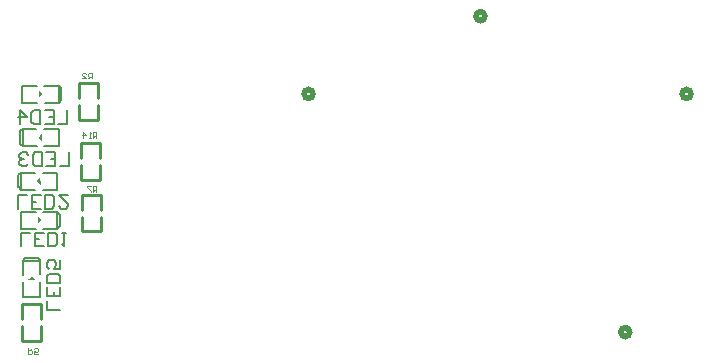
<source format=gbr>
G04*
G04 #@! TF.GenerationSoftware,Altium Limited,Altium Designer,24.3.1 (35)*
G04*
G04 Layer_Color=32896*
%FSLAX44Y44*%
%MOMM*%
G71*
G04*
G04 #@! TF.SameCoordinates,7C1B9C0E-2346-4955-A66A-820B0877C6A1*
G04*
G04*
G04 #@! TF.FilePolarity,Positive*
G04*
G01*
G75*
%ADD10C,0.5080*%
%ADD11C,0.2540*%
%ADD13C,0.1524*%
%ADD16C,0.1000*%
%ADD84C,0.1500*%
G36*
X411270Y560240D02*
X404071Y560139D01*
X407671Y562739D01*
X411270Y560240D01*
D02*
G37*
G36*
X412920Y607270D02*
X412819Y614469D01*
X415419Y610869D01*
X412920Y607270D01*
D02*
G37*
G36*
X415120Y647490D02*
X415221Y640291D01*
X412621Y643891D01*
X415120Y647490D01*
D02*
G37*
G36*
X416390Y684320D02*
X416491Y677121D01*
X413891Y680721D01*
X416390Y684320D01*
D02*
G37*
G36*
X414190Y713950D02*
X414089Y721149D01*
X416689Y717549D01*
X414190Y713950D01*
D02*
G37*
D10*
X914070Y516095D02*
G03*
X914070Y516095I-3810J0D01*
G01*
X791461Y783590D02*
G03*
X791461Y783590I-3810J0D01*
G01*
X965962Y717815D02*
G03*
X965962Y717815I-3810J0D01*
G01*
X645922D02*
G03*
X645922Y717815I-3810J0D01*
G01*
D11*
X399721Y539636D02*
X415721D01*
X415670Y508631D02*
Y521131D01*
X399670Y508631D02*
Y521131D01*
X415721Y527137D02*
Y539636D01*
X399721Y527137D02*
Y539636D01*
X399670Y508631D02*
X415670D01*
X447930Y726700D02*
X463930D01*
X463879Y695694D02*
Y708193D01*
X447879Y695694D02*
Y708193D01*
X463930Y714199D02*
Y726700D01*
X447930Y714199D02*
Y726700D01*
X447879Y695694D02*
X463879D01*
X450470Y632340D02*
X466470D01*
X466419Y601335D02*
Y613834D01*
X450419Y601335D02*
Y613834D01*
X466470Y619840D02*
Y632340D01*
X450470Y619840D02*
Y632340D01*
X450419Y601335D02*
X466419D01*
X449200Y675900D02*
X465200D01*
X465149Y644894D02*
Y657393D01*
X449149Y644894D02*
Y657393D01*
X465200Y663399D02*
Y675900D01*
X449200Y663399D02*
Y675900D01*
X449149Y644894D02*
X465149D01*
D13*
X399034Y589030D02*
Y600456D01*
X406651D01*
X418078Y589030D02*
X410460D01*
Y600456D01*
X418078D01*
X410460Y594743D02*
X414269D01*
X421887Y589030D02*
Y600456D01*
X427600D01*
X429504Y598552D01*
Y590934D01*
X427600Y589030D01*
X421887D01*
X433313Y600456D02*
X437122D01*
X435217D01*
Y589030D01*
X433313Y590934D01*
X396494Y620780D02*
Y632206D01*
X404112D01*
X415538Y620780D02*
X407920D01*
Y632206D01*
X415538D01*
X407920Y626493D02*
X411729D01*
X419347Y620780D02*
Y632206D01*
X425060D01*
X426964Y630302D01*
Y622684D01*
X425060Y620780D01*
X419347D01*
X438391Y632206D02*
X430773D01*
X438391Y624589D01*
Y622684D01*
X436486Y620780D01*
X432677D01*
X430773Y622684D01*
X439166Y668270D02*
Y656844D01*
X431549D01*
X420122Y668270D02*
X427740D01*
Y656844D01*
X420122D01*
X427740Y662557D02*
X423931D01*
X416313Y668270D02*
Y656844D01*
X410600D01*
X408696Y658748D01*
Y666366D01*
X410600Y668270D01*
X416313D01*
X404887Y666366D02*
X402983Y668270D01*
X399174D01*
X397270Y666366D01*
Y664462D01*
X399174Y662557D01*
X401078D01*
X399174D01*
X397270Y660653D01*
Y658748D01*
X399174Y656844D01*
X402983D01*
X404887Y658748D01*
X437896Y703830D02*
Y692404D01*
X430279D01*
X418852Y703830D02*
X426470D01*
Y692404D01*
X418852D01*
X426470Y698117D02*
X422661D01*
X415043Y703830D02*
Y692404D01*
X409330D01*
X407426Y694308D01*
Y701926D01*
X409330Y703830D01*
X415043D01*
X397904Y692404D02*
Y703830D01*
X403617Y698117D01*
X395999D01*
X432050Y534924D02*
X420624D01*
Y542542D01*
X432050Y553968D02*
Y546350D01*
X420624D01*
Y553968D01*
X426337Y546350D02*
Y550159D01*
X432050Y557777D02*
X420624D01*
Y563490D01*
X422528Y565394D01*
X430146D01*
X432050Y563490D01*
Y557777D01*
Y576820D02*
Y569203D01*
X426337D01*
X428242Y573012D01*
Y574916D01*
X426337Y576820D01*
X422528D01*
X420624Y574916D01*
Y571107D01*
X422528Y569203D01*
D16*
X462550Y634730D02*
Y639728D01*
X460051D01*
X459218Y638895D01*
Y637229D01*
X460051Y636396D01*
X462550D01*
X460884D02*
X459218Y634730D01*
X457552Y639728D02*
X454219D01*
Y638895D01*
X457552Y635563D01*
Y634730D01*
X458740Y730870D02*
Y735869D01*
X456241D01*
X455408Y735036D01*
Y733370D01*
X456241Y732536D01*
X458740D01*
X457074D02*
X455408Y730870D01*
X450409D02*
X453742D01*
X450409Y734202D01*
Y735036D01*
X451242Y735869D01*
X452909D01*
X453742Y735036D01*
X462550Y680450D02*
Y685448D01*
X460051D01*
X459218Y684615D01*
Y682949D01*
X460051Y682116D01*
X462550D01*
X460884D02*
X459218Y680450D01*
X457552D02*
X455886D01*
X456719D01*
Y685448D01*
X457552Y684615D01*
X450887Y680450D02*
Y685448D01*
X453386Y682949D01*
X450054D01*
X404860Y502810D02*
Y497812D01*
X407359D01*
X408192Y498645D01*
Y500311D01*
X407359Y501144D01*
X404860D01*
X406526D02*
X408192Y502810D01*
X413191Y497812D02*
X409858D01*
Y500311D01*
X411525Y499478D01*
X412357D01*
X413191Y500311D01*
Y501977D01*
X412357Y502810D01*
X410691D01*
X409858Y501977D01*
D84*
X417720Y603570D02*
X429220D01*
Y618070D01*
X417220D02*
X429220D01*
X398620Y618170D02*
X411020D01*
X398620Y603670D02*
Y618170D01*
Y603670D02*
X411020D01*
X429220Y603570D02*
X429520D01*
X431520Y605570D01*
Y615770D01*
X431220Y616070D02*
X431520Y615770D01*
X429220Y618070D02*
X431220Y616070D01*
X398820Y651190D02*
X410320D01*
X398820Y636690D02*
Y651190D01*
Y636690D02*
X410820D01*
X417020Y636590D02*
X429420D01*
Y651090D01*
X417020D02*
X429420D01*
X398520Y651190D02*
X398820D01*
X396520Y649190D02*
X398520Y651190D01*
X396520Y638990D02*
Y649190D01*
Y638990D02*
X396820Y638690D01*
X398820Y636690D01*
X400090Y688020D02*
X411590D01*
X400090Y673520D02*
Y688020D01*
Y673520D02*
X412090D01*
X418290Y673420D02*
X430690D01*
Y687920D01*
X418290D02*
X430690D01*
X399790Y688020D02*
X400090D01*
X397790Y686020D02*
X399790Y688020D01*
X397790Y675820D02*
Y686020D01*
Y675820D02*
X398090Y675520D01*
X400090Y673520D01*
X418990Y710250D02*
X430490D01*
Y724750D01*
X418490D02*
X430490D01*
X399890Y724850D02*
X412290D01*
X399890Y710350D02*
Y724850D01*
Y710350D02*
X412290D01*
X430490Y710250D02*
X430790D01*
X432790Y712250D01*
Y722450D01*
X432490Y722750D02*
X432790Y722450D01*
X430490Y724750D02*
X432490Y722750D01*
X414970Y565040D02*
Y576540D01*
X400470D02*
X414970D01*
X400470Y564540D02*
Y576540D01*
X400370Y545940D02*
Y558340D01*
Y545940D02*
X414870D01*
Y558340D01*
X414970Y576540D02*
Y576840D01*
X412970Y578840D02*
X414970Y576840D01*
X402770Y578840D02*
X412970D01*
X402470Y578540D02*
X402770Y578840D01*
X400470Y576540D02*
X402470Y578540D01*
M02*

</source>
